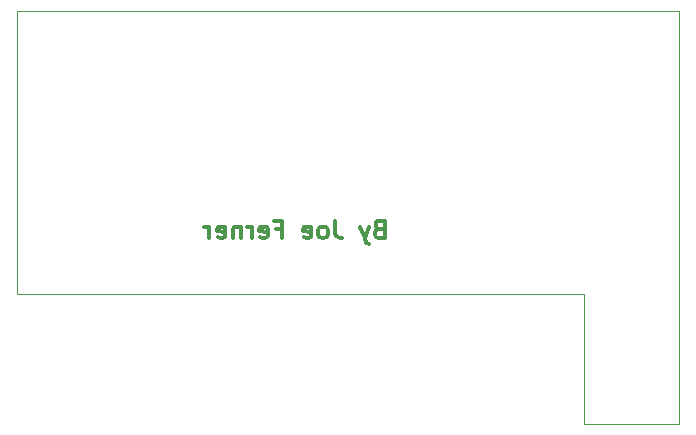
<source format=gbo>
%FSLAX34Y34*%
G04 Gerber Fmt 3.4, Leading zero omitted, Abs format*
G04 (created by PCBNEW (2014-05-22 BZR 4881)-product) date Fri 30 May 2014 10:08:30 PM EDT*
%MOIN*%
G01*
G70*
G90*
G04 APERTURE LIST*
%ADD10C,0.003937*%
%ADD11C,0.011811*%
G04 APERTURE END LIST*
G54D10*
G54D11*
X51431Y-46650D02*
X51347Y-46678D01*
X51318Y-46706D01*
X51290Y-46763D01*
X51290Y-46847D01*
X51318Y-46903D01*
X51347Y-46931D01*
X51403Y-46960D01*
X51628Y-46960D01*
X51628Y-46369D01*
X51431Y-46369D01*
X51375Y-46397D01*
X51347Y-46425D01*
X51318Y-46482D01*
X51318Y-46538D01*
X51347Y-46594D01*
X51375Y-46622D01*
X51431Y-46650D01*
X51628Y-46650D01*
X51093Y-46566D02*
X50953Y-46960D01*
X50812Y-46566D02*
X50953Y-46960D01*
X51009Y-47100D01*
X51037Y-47128D01*
X51093Y-47156D01*
X49969Y-46369D02*
X49969Y-46791D01*
X49997Y-46875D01*
X50053Y-46931D01*
X50137Y-46960D01*
X50194Y-46960D01*
X49603Y-46960D02*
X49659Y-46931D01*
X49687Y-46903D01*
X49715Y-46847D01*
X49715Y-46678D01*
X49687Y-46622D01*
X49659Y-46594D01*
X49603Y-46566D01*
X49519Y-46566D01*
X49462Y-46594D01*
X49434Y-46622D01*
X49406Y-46678D01*
X49406Y-46847D01*
X49434Y-46903D01*
X49462Y-46931D01*
X49519Y-46960D01*
X49603Y-46960D01*
X48928Y-46931D02*
X48984Y-46960D01*
X49097Y-46960D01*
X49153Y-46931D01*
X49181Y-46875D01*
X49181Y-46650D01*
X49153Y-46594D01*
X49097Y-46566D01*
X48984Y-46566D01*
X48928Y-46594D01*
X48900Y-46650D01*
X48900Y-46706D01*
X49181Y-46763D01*
X48000Y-46650D02*
X48197Y-46650D01*
X48197Y-46960D02*
X48197Y-46369D01*
X47916Y-46369D01*
X47466Y-46931D02*
X47522Y-46960D01*
X47634Y-46960D01*
X47691Y-46931D01*
X47719Y-46875D01*
X47719Y-46650D01*
X47691Y-46594D01*
X47634Y-46566D01*
X47522Y-46566D01*
X47466Y-46594D01*
X47438Y-46650D01*
X47438Y-46706D01*
X47719Y-46763D01*
X47185Y-46960D02*
X47185Y-46566D01*
X47185Y-46678D02*
X47156Y-46622D01*
X47128Y-46594D01*
X47072Y-46566D01*
X47016Y-46566D01*
X46819Y-46566D02*
X46819Y-46960D01*
X46819Y-46622D02*
X46791Y-46594D01*
X46735Y-46566D01*
X46650Y-46566D01*
X46594Y-46594D01*
X46566Y-46650D01*
X46566Y-46960D01*
X46060Y-46931D02*
X46116Y-46960D01*
X46228Y-46960D01*
X46285Y-46931D01*
X46313Y-46875D01*
X46313Y-46650D01*
X46285Y-46594D01*
X46228Y-46566D01*
X46116Y-46566D01*
X46060Y-46594D01*
X46032Y-46650D01*
X46032Y-46706D01*
X46313Y-46763D01*
X45778Y-46960D02*
X45778Y-46566D01*
X45778Y-46678D02*
X45750Y-46622D01*
X45722Y-46594D01*
X45666Y-46566D01*
X45610Y-46566D01*
G54D10*
X58267Y-48818D02*
X39370Y-48818D01*
X58267Y-53149D02*
X58267Y-48818D01*
X61417Y-53149D02*
X58267Y-53149D01*
X61417Y-39370D02*
X61417Y-53149D01*
X39370Y-39370D02*
X39370Y-48818D01*
X39370Y-39370D02*
X61417Y-39370D01*
M02*

</source>
